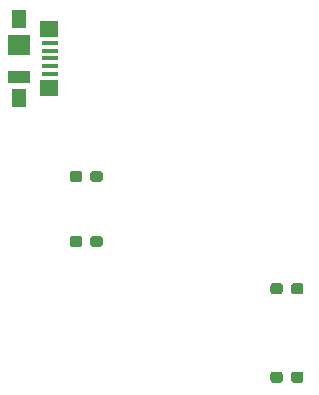
<source format=gtp>
%TF.GenerationSoftware,KiCad,Pcbnew,(5.1.10)-1*%
%TF.CreationDate,2023-06-21T21:16:52+09:00*%
%TF.ProjectId,pokecom_cas_if,706f6b65-636f-46d5-9f63-61735f69662e,rev?*%
%TF.SameCoordinates,Original*%
%TF.FileFunction,Paste,Top*%
%TF.FilePolarity,Positive*%
%FSLAX46Y46*%
G04 Gerber Fmt 4.6, Leading zero omitted, Abs format (unit mm)*
G04 Created by KiCad (PCBNEW (5.1.10)-1) date 2023-06-21 21:16:52*
%MOMM*%
%LPD*%
G01*
G04 APERTURE LIST*
%ADD10R,1.900000X1.000000*%
%ADD11R,1.900000X1.800000*%
%ADD12R,1.300000X1.650000*%
%ADD13R,1.550000X1.425000*%
%ADD14R,1.380000X0.450000*%
G04 APERTURE END LIST*
D10*
%TO.C,J5*%
X-352700000Y546950000D03*
D11*
X-352700000Y549650000D03*
D12*
X-352700000Y545125000D03*
X-352700000Y551875000D03*
D13*
X-350125000Y546012500D03*
X-350125000Y550987500D03*
D14*
X-350040000Y547200000D03*
X-350040000Y547850000D03*
X-350040000Y548500000D03*
X-350040000Y549150000D03*
X-350040000Y549800000D03*
%TD*%
%TO.C,R1*%
G36*
G01*
X-329650000Y528762500D02*
X-329650000Y529237500D01*
G75*
G02*
X-329412500Y529475000I237500J0D01*
G01*
X-328837500Y529475000D01*
G75*
G02*
X-328600000Y529237500I0J-237500D01*
G01*
X-328600000Y528762500D01*
G75*
G02*
X-328837500Y528525000I-237500J0D01*
G01*
X-329412500Y528525000D01*
G75*
G02*
X-329650000Y528762500I0J237500D01*
G01*
G37*
G36*
G01*
X-331400000Y528762500D02*
X-331400000Y529237500D01*
G75*
G02*
X-331162500Y529475000I237500J0D01*
G01*
X-330587500Y529475000D01*
G75*
G02*
X-330350000Y529237500I0J-237500D01*
G01*
X-330350000Y528762500D01*
G75*
G02*
X-330587500Y528525000I-237500J0D01*
G01*
X-331162500Y528525000D01*
G75*
G02*
X-331400000Y528762500I0J237500D01*
G01*
G37*
%TD*%
%TO.C,R2*%
G36*
G01*
X-331400000Y521262500D02*
X-331400000Y521737500D01*
G75*
G02*
X-331162500Y521975000I237500J0D01*
G01*
X-330587500Y521975000D01*
G75*
G02*
X-330350000Y521737500I0J-237500D01*
G01*
X-330350000Y521262500D01*
G75*
G02*
X-330587500Y521025000I-237500J0D01*
G01*
X-331162500Y521025000D01*
G75*
G02*
X-331400000Y521262500I0J237500D01*
G01*
G37*
G36*
G01*
X-329650000Y521262500D02*
X-329650000Y521737500D01*
G75*
G02*
X-329412500Y521975000I237500J0D01*
G01*
X-328837500Y521975000D01*
G75*
G02*
X-328600000Y521737500I0J-237500D01*
G01*
X-328600000Y521262500D01*
G75*
G02*
X-328837500Y521025000I-237500J0D01*
G01*
X-329412500Y521025000D01*
G75*
G02*
X-329650000Y521262500I0J237500D01*
G01*
G37*
%TD*%
%TO.C,R3*%
G36*
G01*
X-347350000Y533237500D02*
X-347350000Y532762500D01*
G75*
G02*
X-347587500Y532525000I-237500J0D01*
G01*
X-348162500Y532525000D01*
G75*
G02*
X-348400000Y532762500I0J237500D01*
G01*
X-348400000Y533237500D01*
G75*
G02*
X-348162500Y533475000I237500J0D01*
G01*
X-347587500Y533475000D01*
G75*
G02*
X-347350000Y533237500I0J-237500D01*
G01*
G37*
G36*
G01*
X-345600000Y533237500D02*
X-345600000Y532762500D01*
G75*
G02*
X-345837500Y532525000I-237500J0D01*
G01*
X-346412500Y532525000D01*
G75*
G02*
X-346650000Y532762500I0J237500D01*
G01*
X-346650000Y533237500D01*
G75*
G02*
X-346412500Y533475000I237500J0D01*
G01*
X-345837500Y533475000D01*
G75*
G02*
X-345600000Y533237500I0J-237500D01*
G01*
G37*
%TD*%
%TO.C,R4*%
G36*
G01*
X-345600000Y538737500D02*
X-345600000Y538262500D01*
G75*
G02*
X-345837500Y538025000I-237500J0D01*
G01*
X-346412500Y538025000D01*
G75*
G02*
X-346650000Y538262500I0J237500D01*
G01*
X-346650000Y538737500D01*
G75*
G02*
X-346412500Y538975000I237500J0D01*
G01*
X-345837500Y538975000D01*
G75*
G02*
X-345600000Y538737500I0J-237500D01*
G01*
G37*
G36*
G01*
X-347350000Y538737500D02*
X-347350000Y538262500D01*
G75*
G02*
X-347587500Y538025000I-237500J0D01*
G01*
X-348162500Y538025000D01*
G75*
G02*
X-348400000Y538262500I0J237500D01*
G01*
X-348400000Y538737500D01*
G75*
G02*
X-348162500Y538975000I237500J0D01*
G01*
X-347587500Y538975000D01*
G75*
G02*
X-347350000Y538737500I0J-237500D01*
G01*
G37*
%TD*%
M02*

</source>
